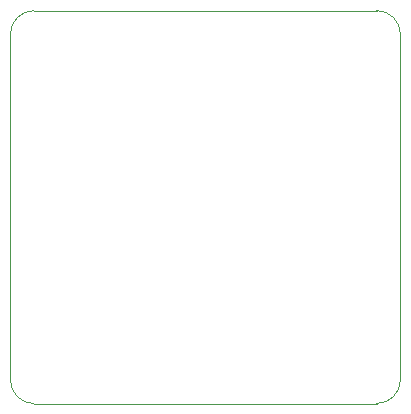
<source format=gbr>
%TF.GenerationSoftware,KiCad,Pcbnew,8.0.5*%
%TF.CreationDate,2024-10-12T23:05:05+02:00*%
%TF.ProjectId,SCS TSAL Red LED,53435320-5453-4414-9c20-526564204c45,rev?*%
%TF.SameCoordinates,Original*%
%TF.FileFunction,Profile,NP*%
%FSLAX46Y46*%
G04 Gerber Fmt 4.6, Leading zero omitted, Abs format (unit mm)*
G04 Created by KiCad (PCBNEW 8.0.5) date 2024-10-12 23:05:05*
%MOMM*%
%LPD*%
G01*
G04 APERTURE LIST*
%TA.AperFunction,Profile*%
%ADD10C,0.100000*%
%TD*%
G04 APERTURE END LIST*
D10*
X98838000Y-48006000D02*
G75*
G02*
X100838000Y-50006000I0J-2000000D01*
G01*
X100838000Y-79280000D02*
G75*
G02*
X98838000Y-81280000I-2000000J0D01*
G01*
X100838000Y-50006000D02*
X100838000Y-79280000D01*
X67818000Y-79280000D02*
X67818000Y-50006000D01*
X98838000Y-81280000D02*
X69818000Y-81280000D01*
X69818000Y-81280000D02*
G75*
G02*
X67818000Y-79280000I0J2000000D01*
G01*
X69818000Y-48006000D02*
X98838000Y-48006000D01*
X67818000Y-50006000D02*
G75*
G02*
X69818000Y-48006000I2000000J0D01*
G01*
M02*

</source>
